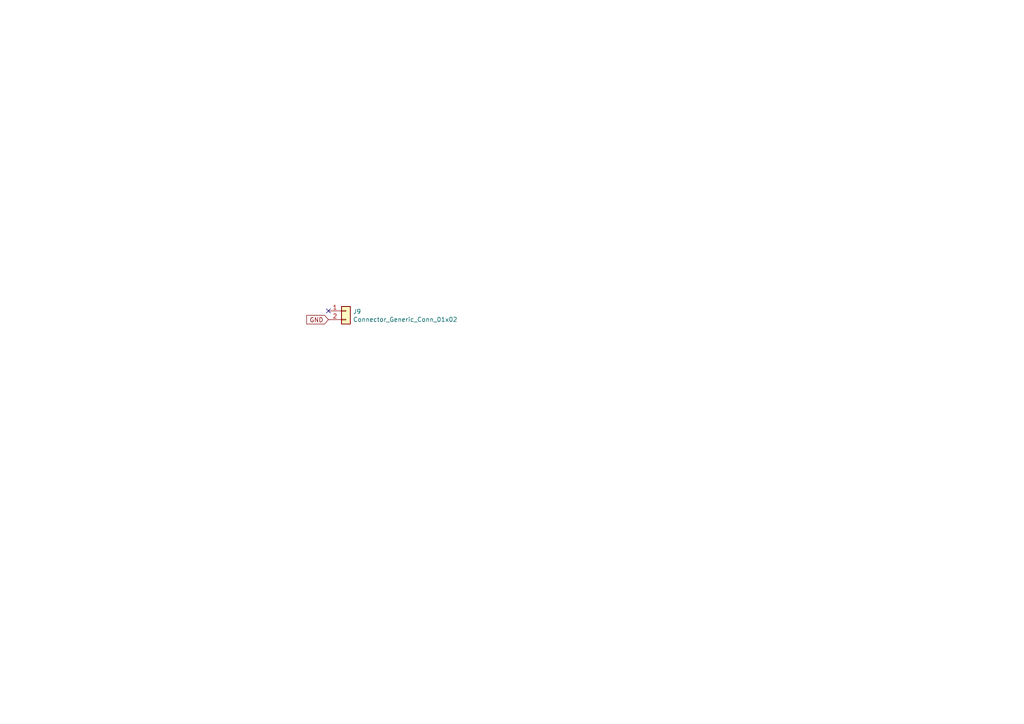
<source format=kicad_sch>
(kicad_sch (version 20211123) (generator eeschema)
  (paper "A4")
  (lib_symbols
    (symbol "bgt:Connector_Generic_Conn_01x02" (pin_names (offset 1.016) hide)
      (property "Reference" "J" (at 0 2.54 0))
      (property "Value" "bgt_Connector_Generic_Conn_01x02" (at 0 -5.08 0))
      (symbol "Connector_Generic_Conn_01x02_1_1"
        (rectangle (start -1.27 -2.413) (end 0 -2.667) (stroke (width 0.1524)))
        (rectangle (start -1.27 0.127) (end 0 -0.127) (stroke (width 0.1524)))
        (rectangle (start -1.27 1.27) (end 1.27 -3.81) (stroke (width 0.254)) (fill (type background)))
        (pin passive line (at -5.08 0 0) (length 3.81) (name "Pin_1") (number "1"))
        (pin passive line (at -5.08 -2.54 0) (length 3.81) (name "Pin_2") (number "2"))
      )
    )
  )
  (no_connect (at 95.25 90.17))
  (global_label "GND" (shape input) (at 95.25 92.71 180) (property "Intersheet References" "${INTERSHEET_REFS}" (effects hide)))
  (symbol (lib_id "bgt:Connector_Generic_Conn_01x02") (at 100.33 90.17 0) (unit 1)
    (property "Reference" "J9" (at 102.362 90.3732 0) (effects (justify left)))
    (property "Value" "Connector_Generic_Conn_01x02" (at 102.362 92.6846 0) (effects (justify left)))
    (property "Footprint" "Connector_PinHeader_2.54mm:PinHeader_1x02_P2.54mm_Vertical" (effects hide))
  )
)
</source>
